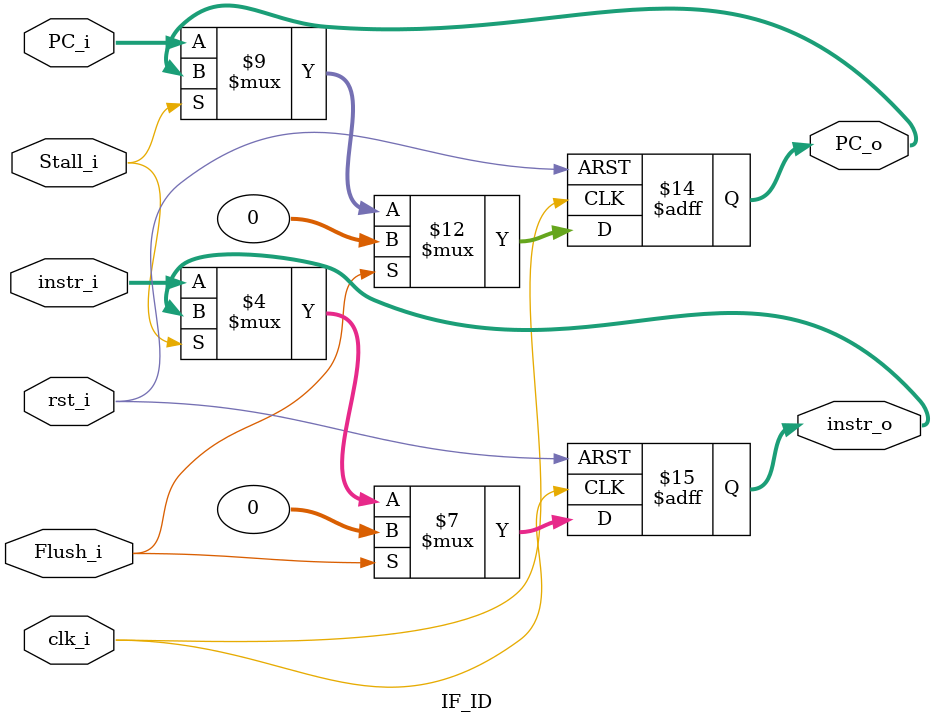
<source format=v>

module IF_ID(
    clk_i, 
    rst_i,
    Stall_i, 
    Flush_i, 
    PC_i, 
    instr_i, 
    PC_o, 
    instr_o
);

input clk_i;
input rst_i;
input Stall_i;
input Flush_i;
input [31:0] PC_i;
input [31:0] instr_i;

output [31:0] PC_o;
output [31:0] instr_o;

reg [31:0] PC_o;
reg [31:0] instr_o;

always@(posedge clk_i or negedge rst_i) begin
    if(~rst_i) begin
        PC_o <= 32'b0;
        instr_o <= 32'b0;
    end 
    else if(Flush_i) begin
        PC_o <= 32'b0;
        instr_o <= 32'b0;
    end 
    else if(!Stall_i) begin
        PC_o <= PC_i;
        instr_o <= instr_i;
    end
end

endmodule


</source>
